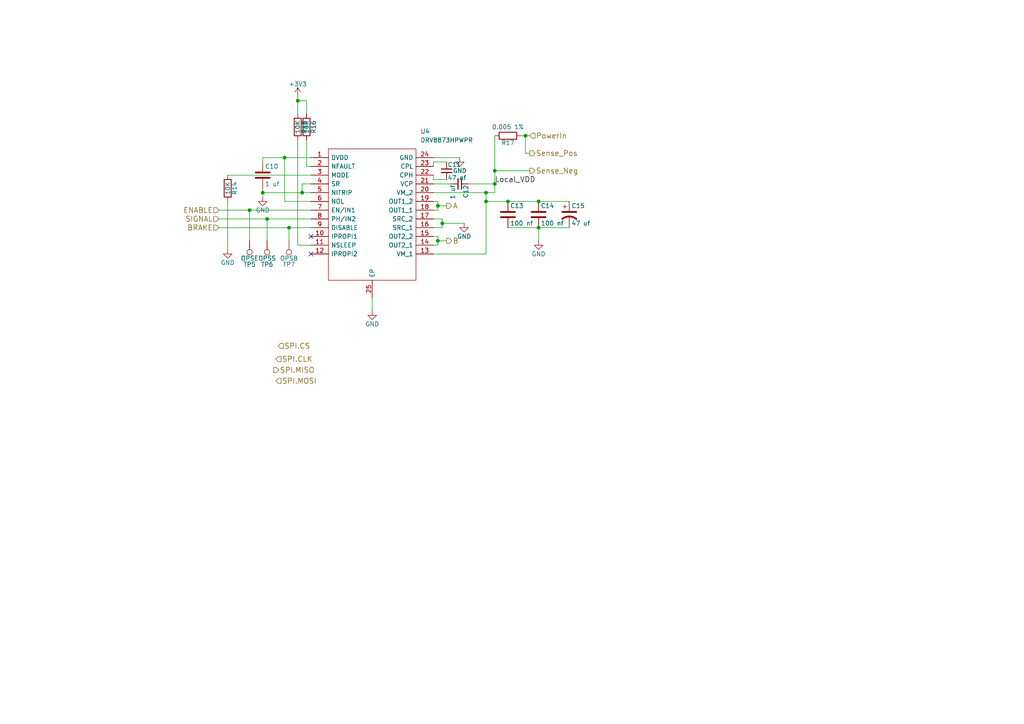
<source format=kicad_sch>
(kicad_sch (version 20211123) (generator eeschema)
  (paper "A4")
  (title_block (title "Pocket Beagle DCC Command Station (SMD version)") (date "2021-04-09") (rev "A") (company "Deepwoods Software") (comment 1 "Operations DCC Driver"))
  (lib_symbols
    (symbol "DRV8873HPWPR:DRV8873HPWPR" (pin_names (offset 0.762))
      (property "Reference" "IC" (at 31.75 7.62 0))
      (property "Value" "DRV8873HPWPR" (at 31.75 5.08 0))
      (symbol "DRV8873HPWPR_0_0"
        (pin passive line (at 0 0 0) (length 5.08) (name "DVDD") (number "1"))
        (pin passive line (at 0 -22.86 0) (length 5.08) (name "IPROPI1") (number "10"))
        (pin passive line (at 0 -25.4 0) (length 5.08) (name "NSLEEP") (number "11"))
        (pin passive line (at 0 -27.94 0) (length 5.08) (name "IPROPI2") (number "12"))
        (pin passive line (at 35.56 -27.94 180) (length 5.08) (name "VM_1") (number "13"))
        (pin passive line (at 35.56 -25.4 180) (length 5.08) (name "OUT2_1") (number "14"))
        (pin passive line (at 35.56 -22.86 180) (length 5.08) (name "OUT2_2") (number "15"))
        (pin passive line (at 35.56 -20.32 180) (length 5.08) (name "SRC_1") (number "16"))
        (pin passive line (at 35.56 -17.78 180) (length 5.08) (name "SRC_2") (number "17"))
        (pin passive line (at 35.56 -15.24 180) (length 5.08) (name "OUT1_1") (number "18"))
        (pin passive line (at 35.56 -12.7 180) (length 5.08) (name "OUT1_2") (number "19"))
        (pin passive line (at 0 -2.54 0) (length 5.08) (name "NFAULT") (number "2"))
        (pin passive line (at 35.56 -10.16 180) (length 5.08) (name "VM_2") (number "20"))
        (pin passive line (at 35.56 -7.62 180) (length 5.08) (name "VCP") (number "21"))
        (pin passive line (at 35.56 -5.08 180) (length 5.08) (name "CPH") (number "22"))
        (pin passive line (at 35.56 -2.54 180) (length 5.08) (name "CPL") (number "23"))
        (pin passive line (at 35.56 0 180) (length 5.08) (name "GND") (number "24"))
        (pin passive line (at 17.78 -40.64 90) (length 5.08) (name "EP") (number "25"))
        (pin passive line (at 0 -5.08 0) (length 5.08) (name "MODE") (number "3"))
        (pin passive line (at 0 -7.62 0) (length 5.08) (name "SR") (number "4"))
        (pin passive line (at 0 -10.16 0) (length 5.08) (name "NITRIP") (number "5"))
        (pin passive line (at 0 -12.7 0) (length 5.08) (name "NOL") (number "6"))
        (pin passive line (at 0 -15.24 0) (length 5.08) (name "EN/IN1") (number "7"))
        (pin passive line (at 0 -17.78 0) (length 5.08) (name "PH/IN2") (number "8"))
        (pin passive line (at 0 -20.32 0) (length 5.08) (name "DISABLE") (number "9"))
      )
      (symbol "DRV8873HPWPR_0_1"
        (polyline (pts (xy 5.08 2.54) (xy 30.48 2.54) (xy 30.48 -35.56) (xy 5.08 -35.56) (xy 5.08 2.54)) (stroke (width 0.1524)))
      )
    )
    (symbol "PocketBeagleCommandStation_SMD-rescue:+3.3V" (power) (pin_names (offset 0))
      (property "Value" "+3.3V" (at 0 3.556 0))
      (symbol "+3.3V_0_1"
        (polyline (pts (xy -0.762 1.27) (xy 0 2.54)))
        (polyline (pts (xy 0 0) (xy 0 2.54)))
        (polyline (pts (xy 0 2.54) (xy 0.762 1.27)))
      )
      (symbol "+3.3V_1_1"
        (pin power_in line (at 0 0 90) (length 0) hide (name "+3V3") (number "1"))
      )
    )
    (symbol "PocketBeagleCommandStation_SMD-rescue:C" (pin_numbers hide) (pin_names (offset 0.254))
      (property "Reference" "C" (at 0.635 2.54 0))
      (property "Value" "C" (at 0.635 -2.54 0))
      (symbol "C_0_1"
        (polyline (pts (xy -2.032 -0.762) (xy 2.032 -0.762)) (stroke (width 0.508)))
        (polyline (pts (xy -2.032 0.762) (xy 2.032 0.762)) (stroke (width 0.508)))
      )
      (symbol "C_1_1"
        (pin passive line (at 0 3.81 270) (length 2.794) (name "~") (number "1"))
        (pin passive line (at 0 -3.81 90) (length 2.794) (name "~") (number "2"))
      )
    )
    (symbol "PocketBeagleCommandStation_SMD-rescue:CP1" (pin_numbers hide) (pin_names (offset 0.254) hide)
      (property "Reference" "C" (at 0.635 2.54 0))
      (property "Value" "CP1" (at 0.635 -2.54 0))
      (symbol "CP1_0_1"
        (polyline (pts (xy -2.032 0.762) (xy 2.032 0.762)) (stroke (width 0.508)))
        (polyline (pts (xy -1.778 2.286) (xy -0.762 2.286)))
        (polyline (pts (xy -1.27 1.778) (xy -1.27 2.794)))
        (arc (start 2.032 -1.27) (mid 0 -0.5572) (end -2.032 -1.27) (stroke (width 0.508)))
      )
      (symbol "CP1_1_1"
        (pin passive line (at 0 3.81 270) (length 2.794) (name "~") (number "1"))
        (pin passive line (at 0 -3.81 90) (length 3.302) (name "~") (number "2"))
      )
    )
    (symbol "PocketBeagleCommandStation_SMD-rescue:C_Small" (pin_numbers hide) (pin_names (offset 0.254) hide)
      (property "Reference" "C" (at 0.254 1.778 0))
      (property "Value" "C_Small" (at 0.254 -2.032 0))
      (symbol "C_Small_0_1"
        (polyline (pts (xy -1.524 -0.508) (xy 1.524 -0.508)) (stroke (width 0.3302)))
        (polyline (pts (xy -1.524 0.508) (xy 1.524 0.508)) (stroke (width 0.3048)))
      )
      (symbol "C_Small_1_1"
        (pin passive line (at 0 2.54 270) (length 2.032) (name "~") (number "1"))
        (pin passive line (at 0 -2.54 90) (length 2.032) (name "~") (number "2"))
      )
    )
    (symbol "PocketBeagleCommandStation_SMD-rescue:GND" (power) (pin_names (offset 0))
      (property "Value" "GND" (at 0 -3.81 0))
      (symbol "GND_0_1"
        (polyline (pts (xy 0 0) (xy 0 -1.27) (xy 1.27 -1.27) (xy 0 -2.54) (xy -1.27 -1.27) (xy 0 -1.27)))
      )
      (symbol "GND_1_1"
        (pin power_in line (at 0 0 270) (length 0) hide (name "GND") (number "1"))
      )
    )
    (symbol "PocketBeagleCommandStation_SMD-rescue:R" (pin_numbers hide) (pin_names (offset 0))
      (property "Reference" "R" (at 2.032 0 90))
      (property "Value" "R" (at 0 0 90))
      (symbol "R_0_1"
        (rectangle (start -1.016 -2.54) (end 1.016 2.54) (stroke (width 0.254)))
      )
      (symbol "R_1_1"
        (pin passive line (at 0 3.81 270) (length 1.27) (name "~") (number "1"))
        (pin passive line (at 0 -3.81 90) (length 1.27) (name "~") (number "2"))
      )
    )
    (symbol "PocketBeagleCommandStation_SMD-rescue:TEST_1P" (pin_numbers hide) (pin_names (offset 0.762) hide)
      (property "Reference" "J" (at 0 6.858 0))
      (property "Value" "TEST_1P" (at 0 5.08 0))
      (symbol "TEST_1P_0_1"
        (circle (center 0 3.302) (radius 0.762))
      )
      (symbol "TEST_1P_1_1"
        (pin passive line (at 0 0 90) (length 2.54) (name "1") (number "1"))
      )
    )
  )
  (junction (at 140.97 58.42))
  (junction (at 147.32 58.42))
  (junction (at 83.82 66.04))
  (junction (at 77.47 63.5))
  (junction (at 143.51 49.53))
  (junction (at 128.27 64.77))
  (junction (at 152.4 39.37))
  (junction (at 82.55 45.72))
  (junction (at 143.51 53.34))
  (junction (at 127 69.85))
  (junction (at 127 59.69))
  (junction (at 72.39 60.96))
  (junction (at 156.21 66.04))
  (junction (at 86.36 29.21))
  (junction (at 87.63 55.88))
  (junction (at 76.2 55.88))
  (junction (at 156.21 58.42))
  (junction (at 140.97 55.88))
  (no_connect (at 90.17 73.66))
  (no_connect (at 90.17 68.58))
  (wire (pts (xy 152.4 44.45) (xy 152.4 39.37)))
  (wire (pts (xy 143.51 53.34) (xy 143.51 55.88)))
  (wire (pts (xy 153.67 44.45) (xy 152.4 44.45)))
  (wire (pts (xy 140.97 73.66) (xy 125.73 73.66)))
  (wire (pts (xy 125.73 52.07) (xy 125.73 50.8)))
  (wire (pts (xy 72.39 60.96) (xy 90.17 60.96)))
  (wire (pts (xy 88.9 40.64) (xy 88.9 48.26)))
  (wire (pts (xy 151.13 39.37) (xy 152.4 39.37)))
  (wire (pts (xy 90.17 50.8) (xy 66.04 50.8)))
  (wire (pts (xy 127 68.58) (xy 127 69.85)))
  (wire (pts (xy 63.5 66.04) (xy 83.82 66.04)))
  (wire (pts (xy 83.82 69.85) (xy 83.82 66.04)))
  (wire (pts (xy 76.2 55.88) (xy 87.63 55.88)))
  (wire (pts (xy 82.55 45.72) (xy 82.55 58.42)))
  (wire (pts (xy 86.36 27.94) (xy 86.36 29.21)))
  (wire (pts (xy 152.4 39.37) (xy 153.67 39.37)))
  (wire (pts (xy 127 68.58) (xy 125.73 68.58)))
  (wire (pts (xy 107.95 86.36) (xy 107.95 90.17)))
  (wire (pts (xy 63.5 60.96) (xy 72.39 60.96)))
  (wire (pts (xy 88.9 29.21) (xy 86.36 29.21)))
  (wire (pts (xy 133.35 45.72) (xy 125.73 45.72)))
  (wire (pts (xy 127 58.42) (xy 127 59.69)))
  (wire (pts (xy 127 71.12) (xy 125.73 71.12)))
  (wire (pts (xy 76.2 55.88) (xy 76.2 57.15)))
  (wire (pts (xy 153.67 49.53) (xy 143.51 49.53)))
  (wire (pts (xy 128.27 64.77) (xy 128.27 66.04)))
  (wire (pts (xy 156.21 58.42) (xy 165.1 58.42)))
  (wire (pts (xy 88.9 48.26) (xy 90.17 48.26)))
  (wire (pts (xy 63.5 63.5) (xy 77.47 63.5)))
  (wire (pts (xy 66.04 58.42) (xy 66.04 72.39)))
  (wire (pts (xy 86.36 71.12) (xy 90.17 71.12)))
  (wire (pts (xy 82.55 58.42) (xy 90.17 58.42)))
  (wire (pts (xy 125.73 46.99) (xy 125.73 48.26)))
  (wire (pts (xy 140.97 55.88) (xy 125.73 55.88)))
  (wire (pts (xy 127 58.42) (xy 125.73 58.42)))
  (wire (pts (xy 140.97 58.42) (xy 147.32 58.42)))
  (wire (pts (xy 86.36 40.64) (xy 86.36 71.12)))
  (wire (pts (xy 88.9 33.02) (xy 88.9 29.21)))
  (wire (pts (xy 143.51 55.88) (xy 140.97 55.88)))
  (wire (pts (xy 77.47 63.5) (xy 90.17 63.5)))
  (wire (pts (xy 143.51 49.53) (xy 143.51 53.34)))
  (wire (pts (xy 143.51 39.37) (xy 143.51 49.53)))
  (wire (pts (xy 125.73 63.5) (xy 128.27 63.5)))
  (wire (pts (xy 90.17 53.34) (xy 87.63 53.34)))
  (wire (pts (xy 128.27 63.5) (xy 128.27 64.77)))
  (wire (pts (xy 140.97 58.42) (xy 140.97 73.66)))
  (wire (pts (xy 135.89 53.34) (xy 143.51 53.34)))
  (wire (pts (xy 130.81 53.34) (xy 125.73 53.34)))
  (wire (pts (xy 156.21 69.85) (xy 156.21 66.04)))
  (wire (pts (xy 87.63 53.34) (xy 87.63 55.88)))
  (wire (pts (xy 87.63 55.88) (xy 90.17 55.88)))
  (wire (pts (xy 127 59.69) (xy 127 60.96)))
  (wire (pts (xy 83.82 66.04) (xy 90.17 66.04)))
  (wire (pts (xy 156.21 66.04) (xy 165.1 66.04)))
  (wire (pts (xy 82.55 45.72) (xy 90.17 45.72)))
  (wire (pts (xy 72.39 69.85) (xy 72.39 60.96)))
  (wire (pts (xy 86.36 29.21) (xy 86.36 33.02)))
  (wire (pts (xy 129.54 59.69) (xy 127 59.69)))
  (wire (pts (xy 140.97 55.88) (xy 140.97 58.42)))
  (wire (pts (xy 76.2 45.72) (xy 76.2 46.99)))
  (wire (pts (xy 127 69.85) (xy 127 71.12)))
  (wire (pts (xy 128.27 66.04) (xy 125.73 66.04)))
  (wire (pts (xy 127 60.96) (xy 125.73 60.96)))
  (wire (pts (xy 129.54 69.85) (xy 127 69.85)))
  (wire (pts (xy 129.54 46.99) (xy 125.73 46.99)))
  (wire (pts (xy 76.2 54.61) (xy 76.2 55.88)))
  (wire (pts (xy 76.2 45.72) (xy 82.55 45.72)))
  (wire (pts (xy 77.47 69.85) (xy 77.47 63.5)))
  (wire (pts (xy 147.32 66.04) (xy 156.21 66.04)))
  (wire (pts (xy 147.32 58.42) (xy 156.21 58.42)))
  (wire (pts (xy 134.62 64.77) (xy 128.27 64.77)))
  (wire (pts (xy 129.54 52.07) (xy 125.73 52.07)))
  (label "Local_VDD" (at 143.51 53.34 0) (effects (font (size 1.524 1.524))))
  (hierarchical_label "PowerIn" (shape input) (at 153.67 39.37 0) (effects (font (size 1.524 1.524))))
  (hierarchical_label "ENABLE" (shape input) (at 63.5 60.96 180) (effects (font (size 1.524 1.524))))
  (hierarchical_label "Sense_Neg" (shape output) (at 153.67 49.53 0) (effects (font (size 1.524 1.524))))
  (hierarchical_label "SIGNAL" (shape input) (at 63.5 63.5 180) (effects (font (size 1.524 1.524))))
  (hierarchical_label "BRAKE" (shape input) (at 63.5 66.04 180) (effects (font (size 1.524 1.524))))
  (hierarchical_label "SPI.MOSI" (shape input) (at 80.01 110.49 0) (effects (font (size 1.524 1.524))))
  (hierarchical_label "Sense_Pos" (shape output) (at 153.67 44.45 0) (effects (font (size 1.524 1.524))))
  (hierarchical_label "SPI.CLK" (shape input) (at 80.01 104.14 0) (effects (font (size 1.524 1.524))))
  (hierarchical_label "SPI.MISO" (shape output) (at 79.375 107.315 0) (effects (font (size 1.524 1.524))))
  (hierarchical_label "A" (shape output) (at 129.54 59.69 0) (effects (font (size 1.524 1.524))))
  (hierarchical_label "B" (shape output) (at 129.54 69.85 0) (effects (font (size 1.524 1.524))))
  (hierarchical_label "SPI.CS" (shape input) (at 80.645 100.33 0) (effects (font (size 1.524 1.524))))
  (symbol (lib_id "DRV8873HPWPR:DRV8873HPWPR") (at 90.17 45.72 0) (unit 1)
    (property "Reference" "U4" (at 121.92 38.1 0) (effects (justify left)))
    (property "Value" "DRV8873HPWPR" (at 121.92 40.64 0) (effects (justify left)))
    (property "Footprint" "SOP65P640X120:SOP65P640X120-25N" (effects hide))
    (property "Datasheet" "http://www.ti.com/lit/ds/symlink/drv8873.pdf" (effects hide))
    (property "Description" "Motor / Motion / Ignition Controllers & Drivers 10A H-Bridge Motor Driver with Integrated Current Sensing and Current Sense Output" (effects hide))
    (property "Height" "1.2" (effects hide))
    (property "Mouser Part Number" "595-DRV8873HPWPR" (effects hide))
    (property "Mouser Price/Stock" "https://www.mouser.co.uk/ProductDetail/Texas-Instruments/DRV8873HPWPR?qs=0lSvoLzn4L9%252BP4S8Gvwd%252BQ%3D%3D" (effects hide))
    (property "Manufacturer_Name" "Texas Instruments" (effects hide))
    (property "Manufacturer_Part_Number" "DRV8873HPWPR" (effects hide))
    (property "LCSC" "C2150604" (effects hide))
    (property "MPN" "Texas Instruments DRV8873HPWPR" (effects hide))
  )
  (symbol (lib_id "PocketBeagleCommandStation_SMD-rescue:GND") (at 133.35 45.72 0) (unit 1)
    (property "Reference" "#PWR040" (effects hide))
    (property "Value" "GND" (at 133.35 49.53 0))
  )
  (symbol (lib_id "PocketBeagleCommandStation_SMD-rescue:GND") (at 107.95 90.17 0) (unit 1)
    (property "Reference" "#PWR041" (effects hide))
    (property "Value" "GND" (at 107.95 93.98 0))
  )
  (symbol (lib_id "PocketBeagleCommandStation_SMD-rescue:R") (at 147.32 39.37 270) (unit 1)
    (property "Reference" "R17" (at 147.32 41.402 90))
    (property "Value" "0.005 1%" (at 147.32 36.83 90))
    (property "Footprint" "Resistors_SMD:R_0612" (effects hide))
    (property "Mouser Part Number" "71-WSKW0612L5000FEA" (effects hide))
    (property "LCSC" "C1517435" (effects hide))
    (property "MPN" "Vishay Intertech WSKW0612L5000FEA" (effects hide))
  )
  (symbol (lib_id "PocketBeagleCommandStation_SMD-rescue:C_Small") (at 129.54 49.53 0) (unit 1)
    (property "Reference" "C11" (at 129.794 47.752 0) (effects (justify left)))
    (property "Value" "47 nf" (at 129.794 51.562 0) (effects (justify left)))
    (property "Footprint" "Capacitors_SMD:C_0603" (effects hide))
    (property "Mouser Part Number" "963-GMK107BJ473KAHT" (effects hide))
    (property "LCSC" "C651012" (effects hide))
    (property "MPN" "Taiyo Yuden GMK107BJ473KAHT" (effects hide))
  )
  (symbol (lib_id "PocketBeagleCommandStation_SMD-rescue:C_Small") (at 133.35 53.34 270) (unit 1)
    (property "Reference" "C12" (at 135.128 53.594 0) (effects (justify left)))
    (property "Value" "1 uf" (at 131.318 53.594 0) (effects (justify left)))
    (property "Footprint" "Capacitors_SMD:C_0603" (effects hide))
    (property "Mouser Part Number" "963-GMK107AB7105KAHT" (effects hide))
    (property "LCSC" "C841050" (effects hide))
    (property "MPN" "Taiyo Yuden GMK107AB7105KAHT" (effects hide))
  )
  (symbol (lib_id "PocketBeagleCommandStation_SMD-rescue:C") (at 147.32 62.23 0) (unit 1)
    (property "Reference" "C13" (at 147.955 59.69 0) (effects (justify left)))
    (property "Value" "100 nf" (at 147.955 64.77 0) (effects (justify left)))
    (property "Footprint" "Capacitors_SMD:C_0603" (effects hide))
    (property "Mouser Part Number" "603-CC603KPX7R9BB104" (effects hide))
    (property "LCSC" "C115050" (effects hide))
    (property "MPN" "YAGEO CC0603KPX7R9BB104" (effects hide))
  )
  (symbol (lib_id "PocketBeagleCommandStation_SMD-rescue:C") (at 156.21 62.23 0) (unit 1)
    (property "Reference" "C14" (at 156.845 59.69 0) (effects (justify left)))
    (property "Value" "100 nf" (at 156.845 64.77 0) (effects (justify left)))
    (property "Footprint" "Capacitors_SMD:C_0603" (effects hide))
    (property "Mouser Part Number" "603-CC603KPX7R9BB104" (effects hide))
    (property "LCSC" "C115050" (effects hide))
    (property "MPN" "YAGEO CC0603KPX7R9BB104" (effects hide))
  )
  (symbol (lib_id "PocketBeagleCommandStation_SMD-rescue:CP1") (at 165.1 62.23 0) (unit 1)
    (property "Reference" "C15" (at 165.735 59.69 0) (effects (justify left)))
    (property "Value" "47 uf" (at 165.735 64.77 0) (effects (justify left)))
    (property "Footprint" "Capacitors_SMD:CP_Elec_6.3x5.3" (effects hide))
    (property "Mouser Part Number" "710-865080543009" (effects hide))
    (property "LCSC" "C696385" (effects hide))
    (property "MPN" "KEMET EDK476M035A9GAA" (effects hide))
  )
  (symbol (lib_id "PocketBeagleCommandStation_SMD-rescue:GND") (at 156.21 69.85 0) (unit 1)
    (property "Reference" "#PWR042" (effects hide))
    (property "Value" "GND" (at 156.21 73.66 0))
  )
  (symbol (lib_id "PocketBeagleCommandStation_SMD-rescue:GND") (at 134.62 64.77 0) (unit 1)
    (property "Reference" "#PWR043" (effects hide))
    (property "Value" "GND" (at 134.62 68.58 0))
  )
  (symbol (lib_id "PocketBeagleCommandStation_SMD-rescue:C") (at 76.2 50.8 0) (unit 1)
    (property "Reference" "C10" (at 76.835 48.26 0) (effects (justify left)))
    (property "Value" "1 uf" (at 76.835 53.34 0) (effects (justify left)))
    (property "Footprint" "Capacitors_SMD:C_0603" (effects hide))
    (property "Mouser Part Number" "963-GMK107AB7105KAHT" (effects hide))
    (property "LCSC" "C841050" (effects hide))
    (property "MPN" "Taiyo Yuden GMK107AB7105KAHT" (effects hide))
  )
  (symbol (lib_id "PocketBeagleCommandStation_SMD-rescue:GND") (at 76.2 57.15 0) (unit 1)
    (property "Reference" "#PWR044" (effects hide))
    (property "Value" "GND" (at 76.2 60.96 0))
  )
  (symbol (lib_id "PocketBeagleCommandStation_SMD-rescue:R") (at 88.9 36.83 0) (unit 1)
    (property "Reference" "R16" (at 90.932 36.83 90))
    (property "Value" "10K" (at 88.9 36.83 90))
    (property "Footprint" "Resistors_SMD:R_0603" (effects hide))
    (property "Mouser Part Number" "279-CRGCQ0603F10K" (effects hide))
    (property "LCSC" "C4210728" (effects hide))
    (property "MPN" "TE Connectivity CRGCQ0603F10K" (effects hide))
  )
  (symbol (lib_id "PocketBeagleCommandStation_SMD-rescue:R") (at 86.36 36.83 0) (unit 1)
    (property "Reference" "R15" (at 88.392 36.83 90))
    (property "Value" "10K" (at 86.36 36.83 90))
    (property "Footprint" "Resistors_SMD:R_0603" (effects hide))
    (property "Mouser Part Number" "279-CRGCQ0603F10K" (effects hide))
    (property "LCSC" "C4210728" (effects hide))
    (property "MPN" "TE Connectivity CRGCQ0603F10K" (effects hide))
  )
  (symbol (lib_id "PocketBeagleCommandStation_SMD-rescue:+3.3V") (at 86.36 27.94 0) (unit 1)
    (property "Reference" "#PWR045" (effects hide))
    (property "Value" "+3.3V" (at 86.36 24.384 0))
  )
  (symbol (lib_id "PocketBeagleCommandStation_SMD-rescue:R") (at 66.04 54.61 0) (unit 1)
    (property "Reference" "R14" (at 68.072 54.61 90))
    (property "Value" "10K" (at 66.04 54.61 90))
    (property "Footprint" "Resistors_SMD:R_0603" (effects hide))
    (property "Mouser Part Number" "279-CRGCQ0603F10K" (effects hide))
    (property "LCSC" "C4210728" (effects hide))
    (property "MPN" "TE Connectivity CRGCQ0603F10K" (effects hide))
  )
  (symbol (lib_id "PocketBeagleCommandStation_SMD-rescue:GND") (at 66.04 72.39 0) (unit 1)
    (property "Reference" "#PWR046" (effects hide))
    (property "Value" "GND" (at 66.04 76.2 0))
  )
  (symbol (lib_id "PocketBeagleCommandStation_SMD-rescue:TEST_1P") (at 83.82 69.85 180) (unit 1) (in_bom no)
    (property "Reference" "TP7" (at 83.82 76.708 0))
    (property "Value" "OPSB" (at 83.82 74.93 0))
    (property "Footprint" "Measurement_Points:Measurement_Point_Round-SMD-Pad_Big" (effects hide))
  )
  (symbol (lib_id "PocketBeagleCommandStation_SMD-rescue:TEST_1P") (at 77.47 69.85 180) (unit 1) (in_bom no)
    (property "Reference" "TP6" (at 77.47 76.708 0))
    (property "Value" "OPSS" (at 77.47 74.93 0))
    (property "Footprint" "Measurement_Points:Measurement_Point_Round-SMD-Pad_Big" (effects hide))
  )
  (symbol (lib_id "PocketBeagleCommandStation_SMD-rescue:TEST_1P") (at 72.39 69.85 180) (unit 1) (in_bom no)
    (property "Reference" "TP5" (at 72.39 76.708 0))
    (property "Value" "OPSE" (at 72.39 74.93 0))
    (property "Footprint" "Measurement_Points:Measurement_Point_Round-SMD-Pad_Big" (effects hide))
  )
)
</source>
